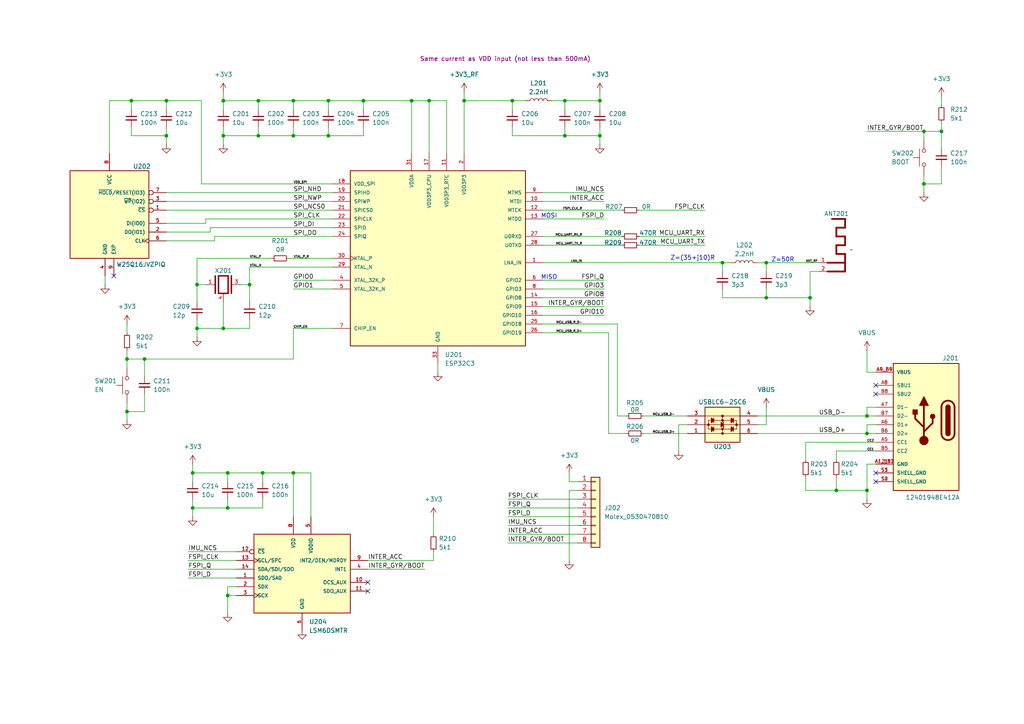
<source format=kicad_sch>
(kicad_sch (version 20231120) (generator "eeschema") (generator_version "8.0")
  (paper "A4")
  (title_block (title "SynchGaze - Transmiter") (date "2024-09-21") (rev "1.0") (company "WM"))
  (junction (at 64.77 39.37))
  (junction (at 134.62 29.21))
  (junction (at 222.25 86.36))
  (junction (at 64.77 95.25))
  (junction (at 163.83 39.37))
  (junction (at 85.09 39.37))
  (junction (at 173.99 29.21))
  (junction (at 267.97 53.34))
  (junction (at 163.83 29.21))
  (junction (at 267.97 38.1))
  (junction (at 251.46 125.73))
  (junction (at 222.25 76.2))
  (junction (at 74.93 29.21))
  (junction (at 76.2 137.16))
  (junction (at 95.25 39.37))
  (junction (at 66.04 137.16))
  (junction (at 72.39 82.55))
  (junction (at 85.09 29.21))
  (junction (at 124.46 29.21))
  (junction (at 36.83 104.14))
  (junction (at 85.09 137.16))
  (junction (at 66.04 147.32))
  (junction (at 36.83 119.38))
  (junction (at 48.26 39.37))
  (junction (at 74.93 39.37))
  (junction (at 251.46 142.24))
  (junction (at 55.88 137.16))
  (junction (at 57.15 82.55))
  (junction (at 48.26 29.21))
  (junction (at 148.59 29.21))
  (junction (at 64.77 29.21))
  (junction (at 66.04 172.72))
  (junction (at 38.1 29.21))
  (junction (at 119.38 29.21))
  (junction (at 105.41 29.21))
  (junction (at 57.15 95.25))
  (junction (at 234.95 86.36))
  (junction (at 273.05 38.1))
  (junction (at 41.91 104.14))
  (junction (at 242.57 142.24))
  (junction (at 55.88 147.32))
  (junction (at 173.99 39.37))
  (junction (at 209.55 76.2))
  (junction (at 251.46 120.65))
  (junction (at 95.25 29.21))
  (no_connect (at 254 114.3))
  (no_connect (at 33.02 80.01))
  (no_connect (at 254 111.76))
  (no_connect (at 254 137.16))
  (no_connect (at 106.68 171.45))
  (no_connect (at 254 139.7))
  (no_connect (at 106.68 168.91))
  (wire (pts (xy 60.96 66.04) (xy 96.52 66.04)))
  (wire (pts (xy 41.91 119.38) (xy 36.83 119.38)))
  (wire (pts (xy 157.48 86.36) (xy 175.26 86.36)))
  (wire (pts (xy 179.07 120.65) (xy 181.61 120.65)))
  (wire (pts (xy 251.46 118.11) (xy 251.46 120.65)))
  (wire (pts (xy 234.95 86.36) (xy 234.95 88.9)))
  (wire (pts (xy 125.73 149.86) (xy 125.73 154.94)))
  (wire (pts (xy 66.04 177.8) (xy 66.04 172.72)))
  (wire (pts (xy 186.69 120.65) (xy 199.39 120.65)))
  (wire (pts (xy 54.61 165.1) (xy 68.58 165.1)))
  (wire (pts (xy 222.25 76.2) (xy 222.25 78.74)))
  (wire (pts (xy 242.57 138.43) (xy 242.57 142.24)))
  (wire (pts (xy 85.09 83.82) (xy 96.52 83.82)))
  (wire (pts (xy 254 128.27) (xy 233.68 128.27)))
  (wire (pts (xy 173.99 39.37) (xy 173.99 36.83)))
  (wire (pts (xy 66.04 172.72) (xy 68.58 172.72)))
  (wire (pts (xy 85.09 137.16) (xy 85.09 149.86)))
  (wire (pts (xy 76.2 137.16) (xy 76.2 139.7)))
  (wire (pts (xy 64.77 41.91) (xy 64.77 39.37)))
  (wire (pts (xy 147.32 144.78) (xy 167.64 144.78)))
  (wire (pts (xy 48.26 39.37) (xy 48.26 41.91)))
  (wire (pts (xy 48.26 29.21) (xy 38.1 29.21)))
  (wire (pts (xy 95.25 29.21) (xy 105.41 29.21)))
  (wire (pts (xy 148.59 29.21) (xy 148.59 31.75)))
  (wire (pts (xy 251.46 101.6) (xy 251.46 107.95)))
  (wire (pts (xy 58.42 29.21) (xy 48.26 29.21)))
  (wire (pts (xy 64.77 87.63) (xy 64.77 95.25)))
  (wire (pts (xy 48.26 55.88) (xy 96.52 55.88)))
  (wire (pts (xy 62.23 69.85) (xy 62.23 68.58)))
  (wire (pts (xy 165.1 142.24) (xy 165.1 162.56)))
  (wire (pts (xy 251.46 142.24) (xy 251.46 144.78)))
  (wire (pts (xy 48.26 39.37) (xy 48.26 36.83)))
  (wire (pts (xy 176.53 125.73) (xy 181.61 125.73)))
  (wire (pts (xy 163.83 39.37) (xy 173.99 39.37)))
  (wire (pts (xy 41.91 104.14) (xy 41.91 109.22)))
  (wire (pts (xy 125.73 160.02) (xy 125.73 162.56)))
  (wire (pts (xy 64.77 95.25) (xy 72.39 95.25)))
  (wire (pts (xy 95.25 36.83) (xy 95.25 39.37)))
  (wire (pts (xy 85.09 137.16) (xy 90.17 137.16)))
  (wire (pts (xy 76.2 137.16) (xy 85.09 137.16)))
  (wire (pts (xy 163.83 36.83) (xy 163.83 39.37)))
  (wire (pts (xy 147.32 152.4) (xy 167.64 152.4)))
  (wire (pts (xy 157.48 60.96) (xy 180.34 60.96)))
  (wire (pts (xy 173.99 39.37) (xy 173.99 41.91)))
  (wire (pts (xy 83.82 74.93) (xy 96.52 74.93)))
  (wire (pts (xy 222.25 86.36) (xy 234.95 86.36)))
  (wire (pts (xy 267.97 55.88) (xy 267.97 53.34)))
  (wire (pts (xy 64.77 39.37) (xy 64.77 36.83)))
  (wire (pts (xy 124.46 29.21) (xy 119.38 29.21)))
  (wire (pts (xy 196.85 130.81) (xy 196.85 123.19)))
  (wire (pts (xy 254 134.62) (xy 251.46 134.62)))
  (wire (pts (xy 176.53 96.52) (xy 176.53 125.73)))
  (wire (pts (xy 60.96 67.31) (xy 60.96 66.04)))
  (wire (pts (xy 38.1 39.37) (xy 48.26 39.37)))
  (wire (pts (xy 219.71 125.73) (xy 251.46 125.73)))
  (wire (pts (xy 57.15 74.93) (xy 57.15 82.55)))
  (wire (pts (xy 127 107.95) (xy 127 105.41)))
  (wire (pts (xy 254 123.19) (xy 251.46 123.19)))
  (wire (pts (xy 251.46 134.62) (xy 251.46 142.24)))
  (wire (pts (xy 55.88 137.16) (xy 66.04 137.16)))
  (wire (pts (xy 36.83 93.98) (xy 36.83 96.52)))
  (wire (pts (xy 66.04 170.18) (xy 68.58 170.18)))
  (wire (pts (xy 64.77 26.67) (xy 64.77 29.21)))
  (wire (pts (xy 254 107.95) (xy 251.46 107.95)))
  (wire (pts (xy 165.1 139.7) (xy 165.1 137.16)))
  (wire (pts (xy 85.09 39.37) (xy 95.25 39.37)))
  (wire (pts (xy 85.09 95.25) (xy 85.09 104.14)))
  (wire (pts (xy 273.05 53.34) (xy 267.97 53.34)))
  (wire (pts (xy 76.2 144.78) (xy 76.2 147.32)))
  (wire (pts (xy 66.04 137.16) (xy 66.04 139.7)))
  (wire (pts (xy 157.48 96.52) (xy 176.53 96.52)))
  (wire (pts (xy 90.17 137.16) (xy 90.17 149.86)))
  (wire (pts (xy 119.38 29.21) (xy 105.41 29.21)))
  (wire (pts (xy 222.25 118.11) (xy 222.25 123.19)))
  (wire (pts (xy 173.99 29.21) (xy 163.83 29.21)))
  (wire (pts (xy 134.62 29.21) (xy 148.59 29.21)))
  (wire (pts (xy 36.83 119.38) (xy 36.83 116.84)))
  (wire (pts (xy 72.39 82.55) (xy 72.39 87.63)))
  (wire (pts (xy 209.55 83.82) (xy 209.55 86.36)))
  (wire (pts (xy 58.42 53.34) (xy 58.42 29.21)))
  (wire (pts (xy 30.48 82.55) (xy 30.48 80.01)))
  (wire (pts (xy 48.26 58.42) (xy 96.52 58.42)))
  (wire (pts (xy 36.83 121.92) (xy 36.83 119.38)))
  (wire (pts (xy 251.46 120.65) (xy 254 120.65)))
  (wire (pts (xy 48.26 69.85) (xy 62.23 69.85)))
  (wire (pts (xy 209.55 86.36) (xy 222.25 86.36)))
  (wire (pts (xy 85.09 81.28) (xy 96.52 81.28)))
  (wire (pts (xy 105.41 36.83) (xy 105.41 39.37)))
  (wire (pts (xy 66.04 144.78) (xy 66.04 147.32)))
  (wire (pts (xy 59.69 63.5) (xy 96.52 63.5)))
  (wire (pts (xy 157.48 91.44) (xy 175.26 91.44)))
  (wire (pts (xy 85.09 29.21) (xy 85.09 31.75)))
  (wire (pts (xy 157.48 83.82) (xy 175.26 83.82)))
  (wire (pts (xy 41.91 114.3) (xy 41.91 119.38)))
  (wire (pts (xy 157.48 63.5) (xy 175.26 63.5)))
  (wire (pts (xy 74.93 39.37) (xy 85.09 39.37)))
  (wire (pts (xy 55.88 147.32) (xy 55.88 144.78)))
  (wire (pts (xy 129.54 44.45) (xy 129.54 29.21)))
  (wire (pts (xy 96.52 95.25) (xy 85.09 95.25)))
  (wire (pts (xy 254 130.81) (xy 242.57 130.81)))
  (wire (pts (xy 134.62 26.67) (xy 134.62 29.21)))
  (wire (pts (xy 62.23 68.58) (xy 96.52 68.58)))
  (wire (pts (xy 129.54 29.21) (xy 124.46 29.21)))
  (wire (pts (xy 147.32 157.48) (xy 167.64 157.48)))
  (wire (pts (xy 57.15 82.55) (xy 57.15 87.63)))
  (wire (pts (xy 196.85 123.19) (xy 199.39 123.19)))
  (wire (pts (xy 160.02 29.21) (xy 163.83 29.21)))
  (wire (pts (xy 251.46 123.19) (xy 251.46 125.73)))
  (wire (pts (xy 273.05 35.56) (xy 273.05 38.1)))
  (wire (pts (xy 163.83 29.21) (xy 163.83 31.75)))
  (wire (pts (xy 59.69 82.55) (xy 57.15 82.55)))
  (wire (pts (xy 267.97 53.34) (xy 267.97 50.8)))
  (wire (pts (xy 273.05 27.94) (xy 273.05 30.48)))
  (wire (pts (xy 72.39 95.25) (xy 72.39 92.71)))
  (wire (pts (xy 219.71 120.65) (xy 251.46 120.65)))
  (wire (pts (xy 173.99 31.75) (xy 173.99 29.21)))
  (wire (pts (xy 58.42 53.34) (xy 96.52 53.34)))
  (wire (pts (xy 105.41 31.75) (xy 105.41 29.21)))
  (wire (pts (xy 157.48 81.28) (xy 175.26 81.28)))
  (wire (pts (xy 95.25 39.37) (xy 105.41 39.37)))
  (wire (pts (xy 36.83 104.14) (xy 41.91 104.14)))
  (wire (pts (xy 148.59 29.21) (xy 152.4 29.21)))
  (wire (pts (xy 54.61 162.56) (xy 68.58 162.56)))
  (wire (pts (xy 85.09 29.21) (xy 95.25 29.21)))
  (wire (pts (xy 157.48 71.12) (xy 180.34 71.12)))
  (wire (pts (xy 38.1 29.21) (xy 38.1 31.75)))
  (wire (pts (xy 157.48 88.9) (xy 175.26 88.9)))
  (wire (pts (xy 147.32 149.86) (xy 167.64 149.86)))
  (wire (pts (xy 157.48 93.98) (xy 179.07 93.98)))
  (wire (pts (xy 234.95 78.74) (xy 234.95 86.36)))
  (wire (pts (xy 185.42 71.12) (xy 204.47 71.12)))
  (wire (pts (xy 254 118.11) (xy 251.46 118.11)))
  (wire (pts (xy 251.46 38.1) (xy 267.97 38.1)))
  (wire (pts (xy 57.15 74.93) (xy 78.74 74.93)))
  (wire (pts (xy 273.05 48.26) (xy 273.05 53.34)))
  (wire (pts (xy 222.25 76.2) (xy 237.49 76.2)))
  (wire (pts (xy 185.42 68.58) (xy 204.47 68.58)))
  (wire (pts (xy 233.68 142.24) (xy 242.57 142.24)))
  (wire (pts (xy 66.04 137.16) (xy 76.2 137.16)))
  (wire (pts (xy 74.93 29.21) (xy 85.09 29.21)))
  (wire (pts (xy 147.32 154.94) (xy 167.64 154.94)))
  (wire (pts (xy 54.61 167.64) (xy 68.58 167.64)))
  (wire (pts (xy 148.59 36.83) (xy 148.59 39.37)))
  (wire (pts (xy 106.68 162.56) (xy 125.73 162.56)))
  (wire (pts (xy 157.48 76.2) (xy 209.55 76.2)))
  (wire (pts (xy 48.26 29.21) (xy 48.26 31.75)))
  (wire (pts (xy 222.25 83.82) (xy 222.25 86.36)))
  (wire (pts (xy 55.88 147.32) (xy 55.88 149.86)))
  (wire (pts (xy 66.04 172.72) (xy 66.04 170.18)))
  (wire (pts (xy 219.71 76.2) (xy 222.25 76.2)))
  (wire (pts (xy 134.62 44.45) (xy 134.62 29.21)))
  (wire (pts (xy 72.39 77.47) (xy 72.39 82.55)))
  (wire (pts (xy 267.97 38.1) (xy 273.05 38.1)))
  (wire (pts (xy 179.07 93.98) (xy 179.07 120.65)))
  (wire (pts (xy 209.55 78.74) (xy 209.55 76.2)))
  (wire (pts (xy 251.46 125.73) (xy 254 125.73)))
  (wire (pts (xy 237.49 78.74) (xy 234.95 78.74)))
  (wire (pts (xy 66.04 147.32) (xy 55.88 147.32)))
  (wire (pts (xy 74.93 36.83) (xy 74.93 39.37)))
  (wire (pts (xy 147.32 147.32) (xy 167.64 147.32)))
  (wire (pts (xy 119.38 29.21) (xy 119.38 44.45)))
  (wire (pts (xy 124.46 29.21) (xy 124.46 44.45)))
  (wire (pts (xy 55.88 137.16) (xy 55.88 139.7)))
  (wire (pts (xy 167.64 142.24) (xy 165.1 142.24)))
  (wire (pts (xy 173.99 26.67) (xy 173.99 29.21)))
  (wire (pts (xy 38.1 36.83) (xy 38.1 39.37)))
  (wire (pts (xy 106.68 165.1) (xy 123.19 165.1)))
  (wire (pts (xy 36.83 101.6) (xy 36.83 104.14)))
  (wire (pts (xy 31.75 29.21) (xy 31.75 44.45)))
  (wire (pts (xy 48.26 67.31) (xy 60.96 67.31)))
  (wire (pts (xy 85.09 36.83) (xy 85.09 39.37)))
  (wire (pts (xy 57.15 92.71) (xy 57.15 95.25)))
  (wire (pts (xy 38.1 29.21) (xy 31.75 29.21)))
  (wire (pts (xy 157.48 55.88) (xy 175.26 55.88)))
  (wire (pts (xy 64.77 39.37) (xy 74.93 39.37)))
  (wire (pts (xy 157.48 68.58) (xy 180.34 68.58)))
  (wire (pts (xy 95.25 29.21) (xy 95.25 31.75)))
  (wire (pts (xy 36.83 104.14) (xy 36.83 106.68)))
  (wire (pts (xy 55.88 134.62) (xy 55.88 137.16)))
  (wire (pts (xy 76.2 147.32) (xy 66.04 147.32)))
  (wire (pts (xy 273.05 38.1) (xy 273.05 43.18)))
  (wire (pts (xy 48.26 60.96) (xy 96.52 60.96)))
  (wire (pts (xy 219.71 123.19) (xy 222.25 123.19)))
  (wire (pts (xy 72.39 77.47) (xy 96.52 77.47)))
  (wire (pts (xy 186.69 125.73) (xy 199.39 125.73)))
  (wire (pts (xy 233.68 138.43) (xy 233.68 142.24)))
  (wire (pts (xy 54.61 160.02) (xy 68.58 160.02)))
  (wire (pts (xy 185.42 60.96) (xy 204.47 60.96)))
  (wire (pts (xy 74.93 29.21) (xy 74.93 31.75)))
  (wire (pts (xy 69.85 82.55) (xy 72.39 82.55)))
  (wire (pts (xy 209.55 76.2) (xy 212.09 76.2)))
  (wire (pts (xy 59.69 64.77) (xy 59.69 63.5)))
  (wire (pts (xy 64.77 29.21) (xy 74.93 29.21)))
  (wire (pts (xy 85.09 104.14) (xy 41.91 104.14)))
  (wire (pts (xy 57.15 95.25) (xy 57.15 97.79)))
  (wire (pts (xy 148.59 39.37) (xy 163.83 39.37)))
  (wire (pts (xy 233.68 128.27) (xy 233.68 133.35)))
  (wire (pts (xy 157.48 58.42) (xy 175.26 58.42)))
  (wire (pts (xy 48.26 64.77) (xy 59.69 64.77)))
  (wire (pts (xy 64.77 29.21) (xy 64.77 31.75)))
  (wire (pts (xy 167.64 139.7) (xy 165.1 139.7)))
  (wire (pts (xy 242.57 130.81) (xy 242.57 133.35)))
  (wire (pts (xy 267.97 38.1) (xy 267.97 40.64)))
  (wire (pts (xy 242.57 142.24) (xy 251.46 142.24)))
  (wire (pts (xy 57.15 95.25) (xy 64.77 95.25)))
  (text "Z=50R" (at 227.076 75.438 0) (effects (font (size 1.27 1.27))))
  (text "Z=(35+j10)R" (at 200.914 74.93 0) (effects (font (size 1.27 1.27))))
  (text "MOSI" (at 159.258 62.738 0) (effects (font (size 1.27 1.27))))
  (text "MISO" (at 159.258 80.518 0) (effects (font (size 1.27 1.27))))
  (label "INTER_GYR{slash}BOOT" (at 123.19 165.1 180))
  (label "FSPI_Q" (at 147.32 147.32 0))
  (label "ANT_RF" (at 233.68 76.2 0) (effects (font (size 0.635 0.635))))
  (label "IMU_NCS" (at 54.61 160.02 0))
  (label "CHIP_EN" (at 85.09 95.25 0) (effects (font (size 0.635 0.635))))
  (label "USB_D-" (at 237.49 120.65 0))
  (label "INTER_ACC" (at 175.26 58.42 180))
  (label "XTAL_N" (at 72.39 77.47 0) (effects (font (size 0.635 0.635))))
  (label "MCU_UART_RX_R" (at 168.91 68.58 180) (effects (font (size 0.635 0.635))))
  (label "FSPI_D" (at 175.26 63.5 180))
  (label "LNA_IN" (at 168.91 76.2 180) (effects (font (size 0.635 0.635))))
  (label "INTER_GYR{slash}BOOT" (at 175.26 88.9 180))
  (label "FSPI_CLK" (at 204.47 60.96 180))
  (label "USB_D+" (at 237.49 125.73 0))
  (label "FSPI_D" (at 54.61 167.64 0))
  (label "GPIO8" (at 175.26 86.36 180))
  (label "SPI_DI" (at 85.09 66.04 0))
  (label "CC2" (at 251.46 128.27 0) (effects (font (size 0.635 0.635))))
  (label "FSPI_CLK_R" (at 168.91 60.96 180) (effects (font (size 0.635 0.635))))
  (label "FSPI_CLK" (at 147.32 144.78 0))
  (label "INTER_ACC" (at 147.32 154.94 0))
  (label "GPIO10" (at 175.26 91.44 180))
  (label "INTER_ACC" (at 116.84 162.56 180))
  (label "IMU_NCS" (at 175.26 55.88 180))
  (label "IMU_NCS" (at 147.32 152.4 0))
  (label "FSPI_D" (at 147.32 149.86 0))
  (label "MCU_USB_D+" (at 189.23 125.73 0) (effects (font (size 0.635 0.635))))
  (label "INTER_GYR{slash}BOOT" (at 251.46 38.1 0))
  (label "FSPI_Q" (at 175.26 81.28 180))
  (label "XTAL_P_R" (at 85.09 74.93 0) (effects (font (size 0.635 0.635))))
  (label "MCU_USB_R_D-" (at 168.91 93.98 180) (effects (font (size 0.635 0.635))))
  (label "CC1" (at 251.46 130.81 0) (effects (font (size 0.635 0.635))))
  (label "INTER_GYR{slash}BOOT" (at 147.32 157.48 0))
  (label "XTAL_P" (at 72.39 74.93 0) (effects (font (size 0.635 0.635))))
  (label "MCU_USB_D-" (at 189.23 120.65 0) (effects (font (size 0.635 0.635))))
  (label "MCU_UART_RX" (at 204.47 68.58 180))
  (label "GPIO3" (at 175.26 83.82 180))
  (label "FSPI_CLK" (at 54.61 162.56 0))
  (label "GPIO1" (at 85.09 83.82 0))
  (label "MCU_UART_TX" (at 204.47 71.12 180))
  (label "GPIO0" (at 85.09 81.28 0))
  (label "FSPI_Q" (at 54.61 165.1 0))
  (label "MCU_USB_R_D+" (at 168.91 96.52 180) (effects (font (size 0.635 0.635))))
  (label "SPI_NHD" (at 85.09 55.88 0))
  (label "SPI_DO" (at 85.09 68.58 0))
  (label "MCU_UART_TX_R" (at 168.91 71.12 180) (effects (font (size 0.635 0.635))))
  (label "SPI_NCS0" (at 85.09 60.96 0))
  (label "SPI_NWP" (at 85.09 58.42 0))
  (label "VDD_SPI" (at 85.09 53.34 0) (effects (font (size 0.635 0.635))))
  (label "SPI_CLK" (at 85.09 63.5 0))
  (symbol (lib_id "Device:C_Small") (at 105.41 34.29 0) (unit 1)
    (property "Reference" "C205" (at 107.95 33.0262 0) (effects (justify left)))
    (property "Value" "100n" (at 107.95 35.5662 0) (effects (justify left)))
    (property "Footprint" "Capacitor_SMD:C_0402_1005Metric" (effects (hide yes)))
    (property "Description" "Unpolarized capacitor, small symbol" (effects (hide yes)))
    (property "Manufacturer" "Samsung Electro-Mechanics" (effects (hide yes)))
    (property "Manufacturer Part Number" "CL05B104JO5NNNC" (effects (hide yes)))
    (property "Mouser" "https://www.mouser.pl/ProductDetail/Samsung-Electro-Mechanics/CL05B104JO5NNNC?qs=X6jEic%2FHinBQuzCETW%2FVcw%3D%3D" (effects (hide yes)))
  )
  (symbol (lib_id "power:GND") (at 234.95 88.9 0) (unit 1)
    (property "Reference" "#PWR0214" (effects (hide yes)))
    (property "Value" "GND" (effects (hide yes)))
    (property "Description" "Power symbol creates a global label with name \"GND\" , ground" (effects (hide yes)))
  )
  (symbol (lib_id "Device:R_Small") (at 242.57 135.89 180) (unit 1)
    (property "Reference" "R204" (at 243.84 134.62 0) (effects (justify right)))
    (property "Value" "5k1" (at 243.84 137.16 0) (effects (justify right)))
    (property "Footprint" "Resistor_SMD:R_0402_1005Metric" (effects (hide yes)))
    (property "Description" "Resistor, small symbol" (effects (hide yes)))
    (property "Manufacturer" "YAGEO" (effects (hide yes)))
    (property "Manufacturer Part Number" "RT0402FRE075K1L" (effects (hide yes)))
    (property "Mouser" "https://www.mouser.pl/ProductDetail/YAGEO/RT0402FRE075K1L?qs=sGAEpiMZZMvdGkrng054t%252BSYh%252B1gqt956ckdaAkf6p8%3D" (effects (hide yes)))
  )
  (symbol (lib_id "power:+3V3") (at 165.1 137.16 0) (unit 1)
    (property "Reference" "#PWR0224" (effects (hide yes)))
    (property "Value" "+3V3" (at 165.1 132.08 0))
    (property "Description" "Power symbol creates a global label with name \"+3V3\"" (effects (hide yes)))
  )
  (symbol (lib_id "power:+3V3") (at 173.99 26.67 0) (unit 1)
    (property "Reference" "#PWR0219" (effects (hide yes)))
    (property "Value" "+3V3" (at 173.99 21.59 0))
    (property "Description" "Power symbol creates a global label with name \"+3V3\"" (effects (hide yes)))
  )
  (symbol (lib_id "Device:C_Small") (at 41.91 111.76 0) (unit 1)
    (property "Reference" "C211" (at 44.45 110.4962 0) (effects (justify left)))
    (property "Value" "100n" (at 44.45 113.0362 0) (effects (justify left)))
    (property "Footprint" "Capacitor_SMD:C_0402_1005Metric" (effects (hide yes)))
    (property "Description" "Unpolarized capacitor, small symbol" (effects (hide yes)))
    (property "Manufacturer" "Samsung Electro-Mechanics" (effects (hide yes)))
    (property "Manufacturer Part Number" "CL05B104JO5NNNC" (effects (hide yes)))
    (property "Mouser" "https://www.mouser.pl/ProductDetail/Samsung-Electro-Mechanics/CL05B104JO5NNNC?qs=X6jEic%2FHinBQuzCETW%2FVcw%3D%3D" (effects (hide yes)))
  )
  (symbol (lib_id "Device:C_Small") (at 76.2 142.24 0) (unit 1)
    (property "Reference" "C216" (at 78.74 140.9762 0) (effects (justify left)))
    (property "Value" "100n" (at 78.74 143.5162 0) (effects (justify left)))
    (property "Footprint" "Capacitor_SMD:C_0402_1005Metric" (effects (hide yes)))
    (property "Description" "Unpolarized capacitor, small symbol" (effects (hide yes)))
    (property "Manufacturer" "Samsung Electro-Mechanics" (effects (hide yes)))
    (property "Manufacturer Part Number" "CL05B104JO5NNNC" (effects (hide yes)))
    (property "Mouser" "https://www.mouser.pl/ProductDetail/Samsung-Electro-Mechanics/CL05B104JO5NNNC?qs=X6jEic%2FHinBQuzCETW%2FVcw%3D%3D" (effects (hide yes)))
  )
  (symbol (lib_id "power:GND") (at 267.97 55.88 0) (unit 1)
    (property "Reference" "#PWR0213" (effects (hide yes)))
    (property "Value" "GND" (effects (hide yes)))
    (property "Description" "Power symbol creates a global label with name \"GND\" , ground" (effects (hide yes)))
  )
  (symbol (lib_id "Device:C_Small") (at 64.77 34.29 0) (unit 1)
    (property "Reference" "C201" (at 67.31 33.0262 0) (effects (justify left)))
    (property "Value" "10u" (at 67.31 35.5662 0) (effects (justify left)))
    (property "Footprint" "Capacitor_SMD:C_0402_1005Metric" (effects (hide yes)))
    (property "Description" "Unpolarized capacitor, small symbol" (effects (hide yes)))
    (property "Manufacturer" "Murata Electronics" (effects (hide yes)))
    (property "Manufacturer Part Number" "GRM155R61A106ME11J" (effects (hide yes)))
    (property "Mouser" "https://www.mouser.pl/ProductDetail/Murata-Electronics/GRM155R61A106ME11J?qs=xZ%2FP%252Ba9zWqYqQ%2Fc%2FSDBphQ%3D%3D" (effects (hide yes)))
  )
  (symbol (lib_id "power:GND") (at 173.99 41.91 0) (unit 1)
    (property "Reference" "#PWR0203" (effects (hide yes)))
    (property "Value" "GND" (effects (hide yes)))
    (property "Description" "Power symbol creates a global label with name \"GND\" , ground" (effects (hide yes)))
  )
  (symbol (lib_id "Device:C_Small") (at 48.26 34.29 0) (unit 1)
    (property "Reference" "C212" (at 50.8 33.0262 0) (effects (justify left)))
    (property "Value" "10u" (at 50.8 35.5662 0) (effects (justify left)))
    (property "Footprint" "Capacitor_SMD:C_0402_1005Metric" (effects (hide yes)))
    (property "Description" "Unpolarized capacitor, small symbol" (effects (hide yes)))
    (property "Manufacturer" "Murata Electronics" (effects (hide yes)))
    (property "Manufacturer Part Number" "GRM155R61A106ME11J" (effects (hide yes)))
    (property "Mouser" "https://www.mouser.pl/ProductDetail/Murata-Electronics/GRM155R61A106ME11J?qs=xZ%2FP%252Ba9zWqYqQ%2Fc%2FSDBphQ%3D%3D" (effects (hide yes)))
  )
  (symbol (lib_id "power:GND") (at 196.85 130.81 0) (unit 1)
    (property "Reference" "#PWR0208" (effects (hide yes)))
    (property "Value" "GND" (effects (hide yes)))
    (property "Description" "Power symbol creates a global label with name \"GND\" , ground" (effects (hide yes)))
  )
  (symbol (lib_id "Device:C_Small") (at 222.25 81.28 0) (unit 1)
    (property "Reference" "C219" (at 224.79 80.0162 0) (effects (justify left)))
    (property "Value" "3p3" (at 224.79 82.5562 0) (effects (justify left)))
    (property "Footprint" "Capacitor_SMD:C_0402_1005Metric" (effects (hide yes)))
    (property "Description" "Unpolarized capacitor, small symbol" (effects (hide yes)))
    (property "Manufacturer" "Walsin" (effects (hide yes)))
    (property "Manufacturer Part Number" "0402N3R3D500CT" (effects (hide yes)))
    (property "Mouser" "https://www.mouser.pl/ProductDetail/Walsin/0402N3R3D500CT?qs=ZrPdAQfJ6DOpa%252B7IBBFXuw%3D%3D" (effects (hide yes)))
  )
  (symbol (lib_id "Device:R_Small") (at 81.28 74.93 90) (unit 1)
    (property "Reference" "R201" (at 81.28 69.85 90))
    (property "Value" "0R" (at 81.28 72.39 90))
    (property "Footprint" "Resistor_SMD:R_0402_1005Metric" (effects (hide yes)))
    (property "Description" "Resistor, small symbol" (effects (hide yes)))
    (property "Manufacturer" "YAGEO" (effects (hide yes)))
    (property "Manufacturer Part Number" "RC0402JR-070RP" (effects (hide yes)))
    (property "Mouser" "https://www.mouser.pl/ProductDetail/YAGEO/RC0402JR-070RP?qs=sGAEpiMZZMtlubZbdhIBINt%2Ft6Hry3%2FBkzFf99agDSE%3D" (effects (hide yes)))
  )
  (symbol (lib_id "Device:C_Small") (at 85.09 34.29 0) (unit 1)
    (property "Reference" "C203" (at 87.63 33.0262 0) (effects (justify left)))
    (property "Value" "100n" (at 87.63 35.5662 0) (effects (justify left)))
    (property "Footprint" "Capacitor_SMD:C_0402_1005Metric" (effects (hide yes)))
    (property "Description" "Unpolarized capacitor, small symbol" (effects (hide yes)))
    (property "Manufacturer" "Samsung Electro-Mechanics" (effects (hide yes)))
    (property "Manufacturer Part Number" "CL05B104JO5NNNC" (effects (hide yes)))
    (property "Mouser" "https://www.mouser.pl/ProductDetail/Samsung-Electro-Mechanics/CL05B104JO5NNNC?qs=X6jEic%2FHinBQuzCETW%2FVcw%3D%3D" (effects (hide yes)))
  )
  (symbol (lib_id "Device:R_Small") (at 182.88 68.58 90) (unit 1)
    (property "Reference" "R208" (at 177.8 67.564 90))
    (property "Value" "470R" (at 187.96 67.564 90))
    (property "Footprint" "Resistor_SMD:R_0402_1005Metric" (effects (hide yes)))
    (property "Description" "Resistor, small symbol" (effects (hide yes)))
    (property "Manufacturer" "YAGEO" (effects (hide yes)))
    (property "Manufacturer Part Number" "RT0402FRE07470RL" (effects (hide yes)))
    (property "Mouser" "https://www.mouser.pl/ProductDetail/YAGEO/RT0402FRE07470RL?qs=sGAEpiMZZMvdGkrng054t%252BKCHBXLTLydslfZummK2Dg%3D" (effects (hide yes)))
  )
  (symbol (lib_id "power:+3V3") (at 125.73 149.86 0) (unit 1)
    (property "Reference" "#PWR0222" (effects (hide yes)))
    (property "Value" "+3V3" (at 125.73 144.78 0))
    (property "Description" "Power symbol creates a global label with name \"+3V3\"" (effects (hide yes)))
  )
  (symbol (lib_id "power:+3V3") (at 36.83 93.98 0) (unit 1)
    (property "Reference" "#PWR0217" (effects (hide yes)))
    (property "Value" "+3V3" (at 36.83 88.9 0))
    (property "Description" "Power symbol creates a global label with name \"+3V3\"" (effects (hide yes)))
  )
  (symbol (lib_id "Device:C_Small") (at 38.1 34.29 0) (unit 1)
    (property "Reference" "C213" (at 40.64 33.0262 0) (effects (justify left)))
    (property "Value" "100n" (at 40.64 35.5662 0) (effects (justify left)))
    (property "Footprint" "Capacitor_SMD:C_0402_1005Metric" (effects (hide yes)))
    (property "Description" "Unpolarized capacitor, small symbol" (effects (hide yes)))
    (property "Manufacturer" "Samsung Electro-Mechanics" (effects (hide yes)))
    (property "Manufacturer Part Number" "CL05B104JO5NNNC" (effects (hide yes)))
    (property "Mouser" "https://www.mouser.pl/ProductDetail/Samsung-Electro-Mechanics/CL05B104JO5NNNC?qs=X6jEic%2FHinBQuzCETW%2FVcw%3D%3D" (effects (hide yes)))
  )
  (symbol (lib_id "power:GND") (at 57.15 97.79 0) (unit 1)
    (property "Reference" "#PWR0204" (effects (hide yes)))
    (property "Value" "GND" (effects (hide yes)))
    (property "Description" "Power symbol creates a global label with name \"GND\" , ground" (effects (hide yes)))
  )
  (symbol (lib_id "Device:R_Small") (at 184.15 120.65 90) (unit 1)
    (property "Reference" "R205" (at 184.15 116.84 90))
    (property "Value" "0R" (at 184.15 118.872 90))
    (property "Footprint" "Resistor_SMD:R_0402_1005Metric" (effects (hide yes)))
    (property "Description" "Resistor, small symbol" (effects (hide yes)))
    (property "Manufacturer" "YAGEO" (effects (hide yes)))
    (property "Manufacturer Part Number" "RC0402JR-070RP" (effects (hide yes)))
    (property "Mouser" "https://www.mouser.pl/ProductDetail/YAGEO/RC0402JR-070RP?qs=sGAEpiMZZMtlubZbdhIBINt%2Ft6Hry3%2FBkzFf99agDSE%3D" (effects (hide yes)))
  )
  (symbol (lib_id "XRCGB40M000F4M02R0:XRCGB40M000F4M02R0") (at 64.77 82.55 0) (unit 1)
    (property "Reference" "X201" (at 64.77 78.486 0))
    (property "Value" "XRCGB40M000F4M02R0" (effects (hide yes)))
    (property "Footprint" "XRCGB40M000F4M02R0:OSC_XRCGB40M000F4M02R0" (effects (hide yes)))
    (property "PARTREV" "N/A" (effects (hide yes)))
    (property "MANUFACTURER" "Murata Electronics" (effects (hide yes)))
    (property "MAXIMUM_PACKAGE_HEIGHT" "0.7 mm" (effects (hide yes)))
    (property "STANDARD" "Manufacturer Recommendations" (effects (hide yes)))
    (property "Mouser" "https://www.mouser.pl/ProductDetail/Murata-Electronics/XRCGB40M000F4M02R0?qs=rrS6PyfT74fAOGFgWWmGFg%3D%3D" (effects (hide yes)))
    (property "Manufacturer" "Murata Electronics" (effects (hide yes)))
    (property "Manufacturer Part Number" " XRCGB40M000F4M02R0" (effects (hide yes)))
  )
  (symbol (lib_id "Device:L") (at 156.21 29.21 90) (unit 1)
    (property "Reference" "L201" (at 156.21 24.13 90))
    (property "Value" "2.2nH" (at 156.21 26.67 90))
    (property "Footprint" "Inductor_SMD:L_0402_1005Metric" (effects (hide yes)))
    (property "Description" "Inductor" (effects (hide yes)))
    (property "INFO" "Same current as VDD input (not less than 500mA)" (at 146.558 17.018 90))
    (property "Manufacturer" "Murata Electronics" (effects (hide yes)))
    (property "Manufacturer Part Number" "LQG15HN2N2S02D" (effects (hide yes)))
    (property "Mouser" "https://www.mouser.pl/ProductDetail/Murata-Electronics/LQG15HN2N2S02D?qs=sGAEpiMZZMv126LJFLh8y5LVC3CNxI09USQ44%252Bay%2FYU%3D" (effects (hide yes)))
  )
  (symbol (lib_id "Switch:SW_Push") (at 267.97 45.72 90) (unit 1)
    (property "Reference" "SW202" (at 258.572 44.45 90) (effects (justify right)))
    (property "Value" "BOOT" (at 258.572 46.99 90) (effects (justify right)))
    (property "Footprint" "RKB2SJM250SMTR_LFS:SW4_PTS815 SJM 250 SMTR LFS_CNK" (effects (hide yes)))
    (property "Description" "Push button switch, generic, two pins" (effects (hide yes)))
    (property "Manufacturer" "C&K" (effects (hide yes)))
    (property "Manufacturer Part Number" " RKB2SJM250SMTR LFS" (effects (hide yes)))
    (property "Mouser" "https://www.mouser.pl/ProductDetail/CK/RKB2SJM250SMTR-LFS?qs=iLbezkQI%252Bsj518EgFgehgw%3D%3D" (effects (hide yes)))
  )
  (symbol (lib_id "Device:R_Small") (at 125.73 157.48 180) (unit 1)
    (property "Reference" "R210" (at 127.254 156.21 0) (effects (justify right)))
    (property "Value" "5k1" (at 127.254 158.75 0) (effects (justify right)))
    (property "Footprint" "Resistor_SMD:R_0402_1005Metric" (effects (hide yes)))
    (property "Description" "Resistor, small symbol" (effects (hide yes)))
    (property "Manufacturer" "YAGEO" (effects (hide yes)))
    (property "Manufacturer Part Number" "RT0402FRE075K1L" (effects (hide yes)))
    (property "Mouser" "https://www.mouser.pl/ProductDetail/YAGEO/RT0402FRE075K1L?qs=sGAEpiMZZMvdGkrng054t%252BSYh%252B1gqt956ckdaAkf6p8%3D" (effects (hide yes)))
  )
  (symbol (lib_id "power:VBUS") (at 222.25 118.11 0) (unit 1)
    (property "Reference" "#PWR0216" (effects (hide yes)))
    (property "Value" "VBUS" (at 222.25 113.03 0))
    (property "Description" "Power symbol creates a global label with name \"VBUS\"" (effects (hide yes)))
  )
  (symbol (lib_id "Device:R_Small") (at 182.88 71.12 270) (unit 1)
    (property "Reference" "R209" (at 177.8 70.358 90))
    (property "Value" "470R" (at 187.96 70.358 90))
    (property "Footprint" "Resistor_SMD:R_0402_1005Metric" (effects (hide yes)))
    (property "Description" "Resistor, small symbol" (effects (hide yes)))
    (property "Manufacturer" "YAGEO" (effects (hide yes)))
    (property "Manufacturer Part Number" "RT0402FRE07470RL" (effects (hide yes)))
    (property "Mouser" "https://www.mouser.pl/ProductDetail/YAGEO/RT0402FRE07470RL?qs=sGAEpiMZZMvdGkrng054t%252BKCHBXLTLydslfZummK2Dg%3D" (effects (hide yes)))
  )
  (symbol (lib_id "12401948E412A:12401948E412A") (at 265.43 125.73 0) (mirror y) (unit 1)
    (property "Reference" "J201" (at 273.304 103.886 0) (effects (justify right)))
    (property "Value" "12401948E412A" (at 262.636 144.272 0) (effects (justify right)))
    (property "Footprint" "USBC20_12401948E412A:AMPHENOL_12401948E412A" (effects (hide yes)))
    (property "MF" "Amphenol ICC (Commercial Products)" (effects (hide yes)))
    (property "MAXIMUM_PACKAGE_HEIGHT" "2.23 mm" (effects (hide yes)))
    (property "Package" "None" (effects (hide yes)))
    (property "Price" "None" (effects (hide yes)))
    (property "Check_prices" "https://www.snapeda.com/parts/12401948E412A/Amphenol/view-part/?ref=eda" (effects (hide yes)))
    (property "STANDARD" "Manufacturer Recommendations" (effects (hide yes)))
    (property "PARTREV" "3" (effects (hide yes)))
    (property "SnapEDA_Link" "https://www.snapeda.com/parts/12401948E412A/Amphenol/view-part/?ref=snap" (effects (hide yes)))
    (property "MP" "12401948E412A" (effects (hide yes)))
    (property "Description_1" "\nUSB 2.0, Type C connector, R/A, Middle mount, Single SMT type, CH=0.65mm\n" (effects (hide yes)))
    (property "SNAPEDA_PN" "12401948E412A" (effects (hide yes)))
    (property "Availability" "In Stock" (effects (hide yes)))
    (property "MANUFACTURER" "Amphenol" (effects (hide yes)))
    (property "Manufacturer" "Amphenol Commercial Products" (effects (hide yes)))
    (property "Manufacturer Part Number" "12401948E412A" (effects (hide yes)))
    (property "Mouser" "https://www.mouser.pl/ProductDetail/Amphenol-Commercial-Products/12401948E412A?qs=81r%252BiQLm7BQzhJBuIUflDw%3D%3D" (effects (hide yes)))
  )
  (symbol (lib_id "USBLC6-2SC6:USBLC6-2SC6") (at 209.55 123.19 0) (mirror x) (unit 1)
    (property "Reference" "U203" (at 209.55 129.54 0))
    (property "Value" "USBLC6-2SC6" (at 209.55 116.586 0))
    (property "Footprint" "USBLC6-2SC6:SOT95P280X145-6N" (effects (hide yes)))
    (property "MF" "STMicroelectronics" (effects (hide yes)))
    (property "PURCHASE-URL" "https://pricing.snapeda.com/search/part/USBLC6-2SC6/?ref=eda" (effects (hide yes)))
    (property "PACKAGE" "SOT-23-6 STMicroelectronics" (effects (hide yes)))
    (property "PRICE" "None" (effects (hide yes)))
    (property "Package" "SOT-23-6 STMicroelectronics" (effects (hide yes)))
    (property "Check_prices" "https://www.snapeda.com/parts/USBLC6-2SC6/STMicroelectronics/view-part/?ref=eda" (effects (hide yes)))
    (property "Price" "None" (effects (hide yes)))
    (property "SnapEDA_Link" "https://www.snapeda.com/parts/USBLC6-2SC6/STMicroelectronics/view-part/?ref=snap" (effects (hide yes)))
    (property "MP" "USBLC6-2SC6" (effects (hide yes)))
    (property "Purchase-URL" "https://www.snapeda.com/api/url_track_click_mouser/?unipart_id=231887&manufacturer=STMicroelectronics&part_name=USBLC6-2SC6&search_term=None" (effects (hide yes)))
    (property "Description_1" "\n17V Clamp 5A (8/20µs) Ipp Tvs Diode Surface Mount SOT-23-6\n" (effects (hide yes)))
    (property "Availability" "In Stock" (effects (hide yes)))
    (property "AVAILABILITY" "In Stock" (effects (hide yes)))
    (property "DESCRIPTION" "17V Clamp 5A (8/20µs) Ipp Tvs Diode Surface Mount SOT-23-6" (effects (hide yes)))
    (property "Manufacturer" "STMicroelectronics" (effects (hide yes)))
    (property "Manufacturer Part Number" "USBLC6-2SC6" (effects (hide yes)))
    (property "Mouser" "https://www.mouser.pl/ProductDetail/STMicroelectronics/USBLC6-2SC6?qs=po45yt2pPpu%2FhNIlwQdTlg%3D%3D" (effects (hide yes)))
  )
  (symbol (lib_id "power:GND") (at 127 107.95 0) (unit 1)
    (property "Reference" "#PWR0202" (effects (hide yes)))
    (property "Value" "GND" (effects (hide yes)))
    (property "Description" "Power symbol creates a global label with name \"GND\" , ground" (effects (hide yes)))
  )
  (symbol (lib_id "Device:R_Small") (at 273.05 33.02 180) (unit 1)
    (property "Reference" "R212" (at 275.59 31.7499 0) (effects (justify right)))
    (property "Value" "5k1" (at 275.59 34.2899 0) (effects (justify right)))
    (property "Footprint" "Resistor_SMD:R_0402_1005Metric" (effects (hide yes)))
    (property "Description" "Resistor, small symbol" (effects (hide yes)))
    (property "Manufacturer" "YAGEO" (effects (hide yes)))
    (property "Manufacturer Part Number" "RT0402FRE075K1L" (effects (hide yes)))
    (property "Mouser" "https://www.mouser.pl/ProductDetail/YAGEO/RT0402FRE075K1L?qs=sGAEpiMZZMvdGkrng054t%252BSYh%252B1gqt956ckdaAkf6p8%3D" (effects (hide yes)))
  )
  (symbol (lib_id "Device:C_Small") (at 57.15 90.17 0) (unit 1)
    (property "Reference" "C209" (at 50.038 88.9 0) (effects (justify left)))
    (property "Value" "12p" (at 50.038 91.44 0) (effects (justify left)))
    (property "Footprint" "Capacitor_SMD:C_0402_1005Metric" (effects (hide yes)))
    (property "Description" "Unpolarized capacitor, small symbol" (effects (hide yes)))
    (property "Manufacturer" "Murata Electronics" (effects (hide yes)))
    (property "Manufacturer Part Number" "GRM1555C1H120JA01D" (effects (hide yes)))
    (property "Mouser" "https://www.mouser.pl/ProductDetail/Murata-Electronics/GRM1555C1H120JA01D?qs=to8XolpOzrOCHudLswyzbw%3D%3D" (effects (hide yes)))
  )
  (symbol (lib_id "power:GND") (at 55.88 149.86 0) (unit 1)
    (property "Reference" "#PWR0212" (effects (hide yes)))
    (property "Value" "GND" (effects (hide yes)))
    (property "Description" "Power symbol creates a global label with name \"GND\" , ground" (effects (hide yes)))
  )
  (symbol (lib_id "Device:C_Small") (at 95.25 34.29 0) (unit 1)
    (property "Reference" "C204" (at 97.79 33.0262 0) (effects (justify left)))
    (property "Value" "100n" (at 97.79 35.5662 0) (effects (justify left)))
    (property "Footprint" "Capacitor_SMD:C_0402_1005Metric" (effects (hide yes)))
    (property "Description" "Unpolarized capacitor, small symbol" (effects (hide yes)))
    (property "Manufacturer" "Samsung Electro-Mechanics" (effects (hide yes)))
    (property "Manufacturer Part Number" "CL05B104JO5NNNC" (effects (hide yes)))
    (property "Mouser" "https://www.mouser.pl/ProductDetail/Samsung-Electro-Mechanics/CL05B104JO5NNNC?qs=X6jEic%2FHinBQuzCETW%2FVcw%3D%3D" (effects (hide yes)))
  )
  (symbol (lib_id "power:+3V3") (at 273.05 27.94 0) (unit 1)
    (property "Reference" "#PWR0218" (effects (hide yes)))
    (property "Value" "+3V3" (at 273.05 22.86 0))
    (property "Description" "Power symbol creates a global label with name \"+3V3\"" (effects (hide yes)))
  )
  (symbol (lib_id "power:GND") (at 66.04 177.8 0) (unit 1)
    (property "Reference" "#PWR0210" (effects (hide yes)))
    (property "Value" "GND" (effects (hide yes)))
    (property "Description" "Power symbol creates a global label with name \"GND\" , ground" (effects (hide yes)))
  )
  (symbol (lib_id "Device:C_Small") (at 148.59 34.29 0) (unit 1)
    (property "Reference" "C206" (at 151.13 33.0262 0) (effects (justify left)))
    (property "Value" "10u" (at 151.13 35.5662 0) (effects (justify left)))
    (property "Footprint" "Capacitor_SMD:C_0402_1005Metric" (effects (hide yes)))
    (property "Description" "Unpolarized capacitor, small symbol" (effects (hide yes)))
    (property "Manufacturer" "Murata Electronics" (effects (hide yes)))
    (property "Manufacturer Part Number" "GRM155R61A106ME11J" (effects (hide yes)))
    (property "Mouser" "https://www.mouser.pl/ProductDetail/Murata-Electronics/GRM155R61A106ME11J?qs=xZ%2FP%252Ba9zWqYqQ%2Fc%2FSDBphQ%3D%3D" (effects (hide yes)))
  )
  (symbol (lib_id "Device:C_Small") (at 74.93 34.29 0) (unit 1)
    (property "Reference" "C202" (at 77.47 33.0262 0) (effects (justify left)))
    (property "Value" "100n" (at 77.47 35.5662 0) (effects (justify left)))
    (property "Footprint" "Capacitor_SMD:C_0402_1005Metric" (effects (hide yes)))
    (property "Description" "Unpolarized capacitor, small symbol" (effects (hide yes)))
    (property "Manufacturer" "Samsung Electro-Mechanics" (effects (hide yes)))
    (property "Manufacturer Part Number" "CL05B104JO5NNNC" (effects (hide yes)))
    (property "Mouser" "https://www.mouser.pl/ProductDetail/Samsung-Electro-Mechanics/CL05B104JO5NNNC?qs=X6jEic%2FHinBQuzCETW%2FVcw%3D%3D" (effects (hide yes)))
  )
  (symbol (lib_id "Device:R_Small") (at 233.68 135.89 180) (unit 1)
    (property "Reference" "R203" (at 234.95 134.62 0) (effects (justify right)))
    (property "Value" "5k1" (at 234.95 137.16 0) (effects (justify right)))
    (property "Footprint" "Resistor_SMD:R_0402_1005Metric" (effects (hide yes)))
    (property "Description" "Resistor, small symbol" (effects (hide yes)))
    (property "Manufacturer" "YAGEO" (effects (hide yes)))
    (property "Manufacturer Part Number" "RT0402FRE075K1L" (effects (hide yes)))
    (property "Mouser" "https://www.mouser.pl/ProductDetail/YAGEO/RT0402FRE075K1L?qs=sGAEpiMZZMvdGkrng054t%252BSYh%252B1gqt956ckdaAkf6p8%3D" (effects (hide yes)))
  )
  (symbol (lib_id "power:GND") (at 87.63 182.88 0) (unit 1)
    (property "Reference" "#PWR0211" (effects (hide yes)))
    (property "Value" "GND" (effects (hide yes)))
    (property "Description" "Power symbol creates a global label with name \"GND\" , ground" (effects (hide yes)))
  )
  (symbol (lib_id "Device:R_Small") (at 184.15 125.73 90) (unit 1)
    (property "Reference" "R206" (at 184.15 123.698 90))
    (property "Value" "0R" (at 184.15 127.762 90))
    (property "Footprint" "Resistor_SMD:R_0402_1005Metric" (effects (hide yes)))
    (property "Description" "Resistor, small symbol" (effects (hide yes)))
    (property "Manufacturer" "YAGEO" (effects (hide yes)))
    (property "Manufacturer Part Number" "RC0402JR-070RP" (effects (hide yes)))
    (property "Mouser" "https://www.mouser.pl/ProductDetail/YAGEO/RC0402JR-070RP?qs=sGAEpiMZZMtlubZbdhIBINt%2Ft6Hry3%2FBkzFf99agDSE%3D" (effects (hide yes)))
  )
  (symbol (lib_id "Device:R_Small") (at 182.88 60.96 90) (unit 1)
    (property "Reference" "R207" (at 178.054 59.944 90))
    (property "Value" "0R" (at 187.452 59.944 90))
    (property "Footprint" "Resistor_SMD:R_0402_1005Metric" (effects (hide yes)))
    (property "Description" "Resistor, small symbol" (effects (hide yes)))
    (property "Manufacturer" "YAGEO" (effects (hide yes)))
    (property "Manufacturer Part Number" "RC0402JR-070RP" (effects (hide yes)))
    (property "Mouser" "https://www.mouser.pl/ProductDetail/YAGEO/RC0402JR-070RP?qs=sGAEpiMZZMtlubZbdhIBINt%2Ft6Hry3%2FBkzFf99agDSE%3D" (effects (hide yes)))
  )
  (symbol (lib_id "Device:L") (at 215.9 76.2 90) (unit 1)
    (property "Reference" "L202" (at 215.9 71.12 90))
    (property "Value" "2.2nH" (at 215.9 73.66 90))
    (property "Footprint" "Inductor_SMD:L_0402_1005Metric" (effects (hide yes)))
    (property "Description" "Inductor" (effects (hide yes)))
    (property "Manufacturer" "Murata Electronics" (effects (hide yes)))
    (property "Manufacturer Part Number" "LQG15HN2N2S02D" (effects (hide yes)))
    (property "Mouser" "https://www.mouser.pl/ProductDetail/Murata-Electronics/LQG15HN2N2S02D?qs=sGAEpiMZZMv126LJFLh8y5LVC3CNxI09USQ44%252Bay%2FYU%3D" (effects (hide yes)))
  )
  (symbol (lib_id "Device:C_Small") (at 66.04 142.24 0) (unit 1)
    (property "Reference" "C215" (at 68.58 140.9762 0) (effects (justify left)))
    (property "Value" "100n" (at 68.58 143.5162 0) (effects (justify left)))
    (property "Footprint" "Capacitor_SMD:C_0402_1005Metric" (effects (hide yes)))
    (property "Description" "Unpolarized capacitor, small symbol" (effects (hide yes)))
    (property "Manufacturer" "Samsung Electro-Mechanics" (effects (hide yes)))
    (property "Manufacturer Part Number" "CL05B104JO5NNNC" (effects (hide yes)))
    (property "Mouser" "https://www.mouser.pl/ProductDetail/Samsung-Electro-Mechanics/CL05B104JO5NNNC?qs=X6jEic%2FHinBQuzCETW%2FVcw%3D%3D" (effects (hide yes)))
  )
  (symbol (lib_id "power:GND") (at 251.46 144.78 0) (unit 1)
    (property "Reference" "#PWR0209" (effects (hide yes)))
    (property "Value" "GND" (effects (hide yes)))
    (property "Description" "Power symbol creates a global label with name \"GND\" , ground" (effects (hide yes)))
  )
  (symbol (lib_id "PCB_Antena:ANTENA") (at 242.57 76.2 0) (unit 1) (in_bom no)
    (property "Reference" "ANT201" (at 239.014 61.976 0) (effects (justify left)))
    (property "Value" "~" (at 246.38 72.39 0) (effects (justify left)))
    (property "Footprint" "Antena_PCB_2_4ghz_50ohm:Ant_2_4ghz_50ohm" (effects (hide yes)))
    (property "Datasheet" "https://www.ti.com/lit/an/swra117d/swra117d.pdf" (effects (hide yes)))
  )
  (symbol (lib_id "Switch:SW_Push") (at 36.83 111.76 90) (unit 1)
    (property "Reference" "SW201" (at 27.432 110.49 90) (effects (justify right)))
    (property "Value" "EN" (at 27.432 113.03 90) (effects (justify right)))
    (property "Footprint" "RKB2SJM250SMTR_LFS:SW4_PTS815 SJM 250 SMTR LFS_CNK" (effects (hide yes)))
    (property "Description" "Push button switch, generic, two pins" (effects (hide yes)))
    (property "Manufacturer" "C&K" (effects (hide yes)))
    (property "Manufacturer Part Number" " RKB2SJM250SMTR LFS" (effects (hide yes)))
    (property "Mouser" "https://www.mouser.pl/ProductDetail/CK/RKB2SJM250SMTR-LFS?qs=iLbezkQI%252Bsj518EgFgehgw%3D%3D" (effects (hide yes)))
  )
  (symbol (lib_id "Device:C_Small") (at 72.39 90.17 0) (unit 1)
    (property "Reference" "C210" (at 74.93 88.9062 0) (effects (justify left)))
    (property "Value" "12p" (at 74.93 91.4462 0) (effects (justify left)))
    (property "Footprint" "Capacitor_SMD:C_0402_1005Metric" (effects (hide yes)))
    (property "Description" "Unpolarized capacitor, small symbol" (effects (hide yes)))
    (property "Manufacturer" "Murata Electronics" (effects (hide yes)))
    (property "Manufacturer Part Number" "GRM1555C1H120JA01D" (effects (hide yes)))
    (property "Mouser" "https://www.mouser.pl/ProductDetail/Murata-Electronics/GRM1555C1H120JA01D?qs=to8XolpOzrOCHudLswyzbw%3D%3D" (effects (hide yes)))
  )
  (symbol (lib_id "power:GND") (at 165.1 162.56 0) (unit 1)
    (property "Reference" "#PWR0225" (effects (hide yes)))
    (property "Value" "GND" (effects (hide yes)))
    (property "Description" "Power symbol creates a global label with name \"GND\" , ground" (effects (hide yes)))
  )
  (symbol (lib_id "Device:C_Small") (at 173.99 34.29 0) (unit 1)
    (property "Reference" "C208" (at 176.53 33.0262 0) (effects (justify left)))
    (property "Value" "10u" (at 176.53 35.5662 0) (effects (justify left)))
    (property "Footprint" "Capacitor_SMD:C_0402_1005Metric" (effects (hide yes)))
    (property "Description" "Unpolarized capacitor, small symbol" (effects (hide yes)))
    (property "Manufacturer" "Murata Electronics" (effects (hide yes)))
    (property "Manufacturer Part Number" "GRM155R61A106ME11J" (effects (hide yes)))
    (property "Mouser" "https://www.mouser.pl/ProductDetail/Murata-Electronics/GRM155R61A106ME11J?qs=xZ%2FP%252Ba9zWqYqQ%2Fc%2FSDBphQ%3D%3D" (effects (hide yes)))
  )
  (symbol (lib_id "Device:C_Small") (at 163.83 34.29 0) (unit 1)
    (property "Reference" "C207" (at 166.37 33.0262 0) (effects (justify left)))
    (property "Value" "100n" (at 166.37 35.5662 0) (effects (justify left)))
    (property "Footprint" "Capacitor_SMD:C_0402_1005Metric" (effects (hide yes)))
    (property "Description" "Unpolarized capacitor, small symbol" (effects (hide yes)))
    (property "Manufacturer" "Samsung Electro-Mechanics" (effects (hide yes)))
    (property "Manufacturer Part Number" "CL05B104JO5NNNC" (effects (hide yes)))
    (property "Mouser" "https://www.mouser.pl/ProductDetail/Samsung-Electro-Mechanics/CL05B104JO5NNNC?qs=X6jEic%2FHinBQuzCETW%2FVcw%3D%3D" (effects (hide yes)))
  )
  (symbol (lib_id "power:+3V3") (at 64.77 26.67 0) (unit 1)
    (property "Reference" "#PWR0220" (effects (hide yes)))
    (property "Value" "+3V3" (at 64.77 21.59 0))
    (property "Description" "Power symbol creates a global label with name \"+3V3\"" (effects (hide yes)))
  )
  (symbol (lib_id "power:GND") (at 36.83 121.92 0) (unit 1)
    (property "Reference" "#PWR0205" (effects (hide yes)))
    (property "Value" "GND" (effects (hide yes)))
    (property "Description" "Power symbol creates a global label with name \"GND\" , ground" (effects (hide yes)))
  )
  (symbol (lib_id "Device:C_Small") (at 209.55 81.28 0) (unit 1)
    (property "Reference" "C218" (at 212.09 80.0162 0) (effects (justify left)))
    (property "Value" "3p3" (at 212.09 82.5562 0) (effects (justify left)))
    (property "Footprint" "Capacitor_SMD:C_0402_1005Metric" (effects (hide yes)))
    (property "Description" "Unpolarized capacitor, small symbol" (effects (hide yes)))
    (property "Manufacturer" "Walsin" (effects (hide yes)))
    (property "Manufacturer Part Number" "0402N3R3D500CT" (effects (hide yes)))
    (property "Mouser" "https://www.mouser.pl/ProductDetail/Walsin/0402N3R3D500CT?qs=ZrPdAQfJ6DOpa%252B7IBBFXuw%3D%3D" (effects (hide yes)))
  )
  (symbol (lib_id "power:+3V3") (at 134.62 26.67 0) (unit 1)
    (property "Reference" "#PWR0223" (effects (hide yes)))
    (property "Value" "+3V3_RF" (at 134.62 21.59 0))
    (property "Description" "Power symbol creates a global label with name \"+3V3\"" (effects (hide yes)))
  )
  (symbol (lib_id "Device:C_Small") (at 273.05 45.72 0) (unit 1)
    (property "Reference" "C217" (at 275.59 44.4562 0) (effects (justify left)))
    (property "Value" "100n" (at 275.59 46.9962 0) (effects (justify left)))
    (property "Footprint" "Capacitor_SMD:C_0402_1005Metric" (effects (hide yes)))
    (property "Description" "Unpolarized capacitor, small symbol" (effects (hide yes)))
    (property "Manufacturer" "Samsung Electro-Mechanics" (effects (hide yes)))
    (property "Manufacturer Part Number" "CL05B104JO5NNNC" (effects (hide yes)))
    (property "Mouser" "https://www.mouser.pl/ProductDetail/Samsung-Electro-Mechanics/CL05B104JO5NNNC?qs=X6jEic%2FHinBQuzCETW%2FVcw%3D%3D" (effects (hide yes)))
  )
  (symbol (lib_id "power:VBUS") (at 251.46 101.6 0) (unit 1)
    (property "Reference" "#PWR0215" (effects (hide yes)))
    (property "Value" "VBUS" (at 251.46 96.52 0))
    (property "Description" "Power symbol creates a global label with name \"VBUS\"" (effects (hide yes)))
  )
  (symbol (lib_id "power:+3V3") (at 55.88 134.62 0) (unit 1)
    (property "Reference" "#PWR0221" (effects (hide yes)))
    (property "Value" "+3V3" (at 55.88 129.54 0))
    (property "Description" "Power symbol creates a global label with name \"+3V3\"" (effects (hide yes)))
  )
  (symbol (lib_id "power:GND") (at 64.77 41.91 0) (unit 1)
    (property "Reference" "#PWR0201" (effects (hide yes)))
    (property "Value" "GND" (effects (hide yes)))
    (property "Description" "Power symbol creates a global label with name \"GND\" , ground" (effects (hide yes)))
  )
  (symbol (lib_id "Connector_Generic:Conn_01x08") (at 172.72 147.32 0) (unit 1)
    (property "Reference" "J202" (at 175.26 147.3199 0) (effects (justify left)))
    (property "Value" "Molex_0530470810" (at 175.26 149.8599 0) (effects (justify left)))
    (property "Footprint" "Molex_0530470810:MOLEX_0530470810" (effects (hide yes)))
    (property "Datasheet" "https://www.tme.eu/Document/f8f78d18d800f08aedb247ee6832d80d/mx53047.pdf" (effects (hide yes)))
    (property "Description" "Generic connector, single row, 01x08, script generated (kicad-library-utils/schlib/autogen/connector/)" (effects (hide yes)))
    (property "TME" "https://www.tme.eu/pl/details/mx-53047-0810/zlacza-sygnalowe-raster-1-25mm/molex/53047-0810/" (effects (hide yes)))
    (property "Manufacturer" "MOLEX" (effects (hide yes)))
    (property "Manufacturer Part Number" "0530470810" (effects (hide yes)))
  )
  (symbol (lib_id "ESP32C3:ESP32C3") (at 127 74.93 0) (unit 1)
    (property "Reference" "U201" (at 129.0194 102.87 0) (effects (justify left)))
    (property "Value" "ESP32C3" (at 129.0194 105.41 0) (effects (justify left)))
    (property "Footprint" "ESP32C3:QFN32_5X5MM_ESP32C3" (effects (hide yes)))
    (property "MF" "Espressif Systems" (effects (hide yes)))
    (property "Description_1" "\nWiFi Modules (802.11) (Engineering Samples Only) SMD IC ESP32-C3, RISC-V single-core MCU, 2.4G Wi-Fi & BLE 5.0 combo, QFN 32-pin, 5*5 mm, 40 ~ 105C\n" (effects (hide yes)))
    (property "Package" "VFQFN-32 Espressif Systems" (effects (hide yes)))
    (property "Price" "None" (effects (hide yes)))
    (property "SnapEDA_Link" "https://www.snapeda.com/parts/ESP32-C3/Espressif+Systems/view-part/?ref=snap" (effects (hide yes)))
    (property "MP" "ESP32-C3" (effects (hide yes)))
    (property "Availability" "In Stock" (effects (hide yes)))
    (property "Check_prices" "https://www.snapeda.com/parts/ESP32-C3/Espressif+Systems/view-part/?ref=eda" (effects (hide yes)))
    (property "Manufacturer" "Espressif Systems" (effects (hide yes)))
    (property "Manufacturer Part Number" "ESP32-C3" (effects (hide yes)))
    (property "Mouser" "https://www.mouser.pl/ProductDetail/Espressif-Systems/ESP32-C3?qs=iLbezkQI%252BsiMXe7tMG%252Bo%2FA%3D%3D" (effects (hide yes)))
  )
  (symbol (lib_id "Device:C_Small") (at 55.88 142.24 0) (unit 1)
    (property "Reference" "C214" (at 58.42 140.9762 0) (effects (justify left)))
    (property "Value" "10u" (at 58.42 143.5162 0) (effects (justify left)))
    (property "Footprint" "Capacitor_SMD:C_0402_1005Metric" (effects (hide yes)))
    (property "Description" "Unpolarized capacitor, small symbol" (effects (hide yes)))
    (property "Manufacturer" "Murata Electronics" (effects (hide yes)))
    (property "Manufacturer Part Number" "GRM155R61A106ME11J" (effects (hide yes)))
    (property "Mouser" "https://www.mouser.pl/ProductDetail/Murata-Electronics/GRM155R61A106ME11J?qs=xZ%2FP%252Ba9zWqYqQ%2Fc%2FSDBphQ%3D%3D" (effects (hide yes)))
  )
  (symbol (lib_id "power:GND") (at 30.48 82.55 0) (unit 1)
    (property "Reference" "#PWR0206" (effects (hide yes)))
    (property "Value" "GND" (effects (hide yes)))
    (property "Description" "Power symbol creates a global label with name \"GND\" , ground" (effects (hide yes)))
  )
  (symbol (lib_id "LSM6DSMTR:LSM6DSMTR") (at 87.63 167.64 0) (unit 1)
    (property "Reference" "U204" (at 89.6494 180.34 0) (effects (justify left)))
    (property "Value" "LSM6DSMTR" (at 89.6494 182.88 0) (effects (justify left)))
    (property "Footprint" "LSM6DSMTR:PQFN50P300X250X86-14N_LSM6DSMTR" (effects (hide yes)))
    (property "Datasheet" "https://www.mouser.pl/datasheet/2/389/lsm6dsm-1849628.pdf" (effects (hide yes)))
    (property "MF" "STMicroelectronics" (effects (hide yes)))
    (property "MAXIMUM_PACKAGE_HEIGHT" "0.86 mm" (effects (hide yes)))
    (property "Package" "VFLGA-14 STMicroelectronics" (effects (hide yes)))
    (property "Price" "None" (effects (hide yes)))
    (property "Check_prices" "https://www.snapeda.com/parts/LSM6DSMTR/STMicroelectronics/view-part/?ref=eda" (effects (hide yes)))
    (property "STANDARD" "IPC 7351B" (effects (hide yes)))
    (property "PARTREV" "Rev 7" (effects (hide yes)))
    (property "SnapEDA_Link" "https://www.snapeda.com/parts/LSM6DSMTR/STMicroelectronics/view-part/?ref=snap" (effects (hide yes)))
    (property "MP" "LSM6DSMTR" (effects (hide yes)))
    (property "Purchase-URL" "https://www.snapeda.com/api/url_track_click_mouser/?unipart_id=581716&manufacturer=STMicroelectronics&part_name=LSM6DSMTR&search_term=None" (effects (hide yes)))
    (property "Description_1" "\nAccelerometer, Gyroscope, Temperature, 6 Axis Sensor I2C, SPI Output\n" (effects (hide yes)))
    (property "Availability" "In Stock" (effects (hide yes)))
    (property "MANUFACTURER" "STMicroelectronics" (effects (hide yes)))
    (property "Mouser" "https://www.mouser.pl/ProductDetail/STMicroelectronics/LSM6DSMTR?qs=dTJS0cRn7ogKkf7uVmbVmg%3D%3D" (effects (hide yes)))
    (property "Manufacturer" "STMicroelectronics" (effects (hide yes)))
    (property "Manufacturer Part Number" "LSM6DSMTR" (effects (hide yes)))
  )
  (symbol (lib_id "power:GND") (at 48.26 41.91 0) (unit 1)
    (property "Reference" "#PWR0207" (effects (hide yes)))
    (property "Value" "GND" (effects (hide yes)))
    (property "Description" "Power symbol creates a global label with name \"GND\" , ground" (effects (hide yes)))
  )
  (symbol (lib_id "Device:R_Small") (at 36.83 99.06 180) (unit 1)
    (property "Reference" "R202" (at 39.37 97.7899 0) (effects (justify right)))
    (property "Value" "5k1" (at 39.37 100.3299 0) (effects (justify right)))
    (property "Footprint" "Resistor_SMD:R_0402_1005Metric" (effects (hide yes)))
    (property "Description" "Resistor, small symbol" (effects (hide yes)))
    (property "Manufacturer" "YAGEO" (effects (hide yes)))
    (property "Manufacturer Part Number" "RT0402FRE075K1L" (effects (hide yes)))
    (property "Mouser" "https://www.mouser.pl/ProductDetail/YAGEO/RT0402FRE075K1L?qs=sGAEpiMZZMvdGkrng054t%252BSYh%252B1gqt956ckdaAkf6p8%3D" (effects (hide yes)))
  )
  (symbol (lib_id "W25Q16JVZPIQ:W25Q16JVZPIQ") (at 31.75 62.23 0) (unit 1)
    (property "Reference" "U202" (at 41.148 48.26 0))
    (property "Value" "W25Q16JVZPIQ" (at 40.894 76.708 0))
    (property "Footprint" "W25Q16JVZPIQ:SON127P500X600X80-9N" (effects (hide yes)))
    (property "Description" "FLASH - NOR Memory IC 16Mb (2M x 8) SPI - Quad I/O 133MHz 8-WSON (6x5)" (effects (hide yes)))
    (property "MF" "Winbond Electronics" (effects (hide yes)))
    (property "DESCRIPTION" "FLASH - NOR Memory IC 16Mb (2M x 8) SPI - Quad I/O 133MHz 8-WSON (6x5)" (effects (hide yes)))
    (property "PACKAGE" "WSON-8 Winbond" (effects (hide yes)))
    (property "PRICE" "None" (effects (hide yes)))
    (property "Package" "WSON-8 Winbond" (effects (hide yes)))
    (property "Check_prices" "https://www.snapeda.com/parts/W25Q16JVZPIQ/Winbond+Electronics/view-part/?ref=eda" (effects (hide yes)))
    (property "Price" "None" (effects (hide yes)))
    (property "SnapEDA_Link" "https://www.snapeda.com/parts/W25Q16JVZPIQ/Winbond+Electronics/view-part/?ref=snap" (effects (hide yes)))
    (property "MP" "W25Q16JVZPIQ" (effects (hide yes)))
    (property "DIGIKEY-PURCHASE-URL" "https://snapeda.com/shop?store=DigiKey&id=618097" (effects (hide yes)))
    (property "Availability" "In Stock" (effects (hide yes)))
    (property "AVAILABILITY" "Unavailable" (effects (hide yes)))
    (property "Description_1" "\nFLASH - NOR Memory IC 16Mb (2M x 8) SPI - Quad I/O 133 MHz 8-WSON (6x5)\n" (effects (hide yes)))
    (property "Manufacturer" "Winbond" (effects (hide yes)))
    (property "Manufacturer Part Number" "W25Q16JVZPIQ" (effects (hide yes)))
    (property "Mouser" "https://www.mouser.pl/ProductDetail/Winbond/W25Q16JVZPIQ?qs=qSfuJ%252Bfl%2Fd5j0dm6nxuK%252BA%3D%3D" (effects (hide yes)))
  )
)
</source>
